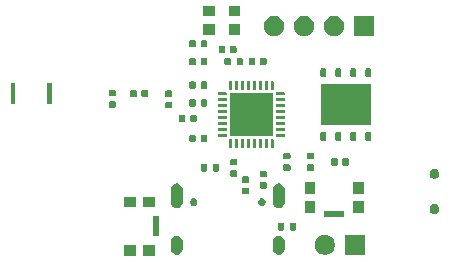
<source format=gts>
%TF.GenerationSoftware,KiCad,Pcbnew,9.0.7*%
%TF.CreationDate,2026-02-11T09:18:12+01:00*%
%TF.ProjectId,przetwornik,70727a65-7477-46f7-926e-696b2e6b6963,rev?*%
%TF.SameCoordinates,Original*%
%TF.FileFunction,Soldermask,Top*%
%TF.FilePolarity,Negative*%
%FSLAX46Y46*%
G04 Gerber Fmt 4.6, Leading zero omitted, Abs format (unit mm)*
G04 Created by KiCad (PCBNEW 9.0.7) date 2026-02-11 09:18:12*
%MOMM*%
%LPD*%
G01*
G04 APERTURE LIST*
G04 APERTURE END LIST*
G36*
X210200000Y-106450000D02*
G01*
X209200000Y-106450000D01*
X209200000Y-105550000D01*
X210200000Y-105550000D01*
X210200000Y-106450000D01*
G37*
G36*
X211800000Y-106450000D02*
G01*
X210800000Y-106450000D01*
X210800000Y-105550000D01*
X211800000Y-105550000D01*
X211800000Y-106450000D01*
G37*
G36*
X229600000Y-106375000D02*
G01*
X227900000Y-106375000D01*
X227900000Y-104675000D01*
X229600000Y-104675000D01*
X229600000Y-106375000D01*
G37*
G36*
X226456742Y-104711601D02*
G01*
X226610687Y-104775367D01*
X226749234Y-104867941D01*
X226867059Y-104985766D01*
X226959633Y-105124313D01*
X227023399Y-105278258D01*
X227055907Y-105441685D01*
X227055907Y-105608315D01*
X227023399Y-105771742D01*
X226959633Y-105925687D01*
X226867059Y-106064234D01*
X226749234Y-106182059D01*
X226610687Y-106274633D01*
X226456742Y-106338399D01*
X226293315Y-106370907D01*
X226126685Y-106370907D01*
X225963258Y-106338399D01*
X225809313Y-106274633D01*
X225670766Y-106182059D01*
X225552941Y-106064234D01*
X225460367Y-105925687D01*
X225396601Y-105771742D01*
X225364093Y-105608315D01*
X225364093Y-105441685D01*
X225396601Y-105278258D01*
X225460367Y-105124313D01*
X225552941Y-104985766D01*
X225670766Y-104867941D01*
X225809313Y-104775367D01*
X225963258Y-104711601D01*
X226126685Y-104679093D01*
X226293315Y-104679093D01*
X226456742Y-104711601D01*
G37*
G36*
X213871342Y-104788060D02*
G01*
X213984381Y-104853323D01*
X214076677Y-104945619D01*
X214141940Y-105058658D01*
X214175722Y-105184737D01*
X214180000Y-105250000D01*
X214180000Y-105850000D01*
X214175722Y-105915263D01*
X214141940Y-106041342D01*
X214076677Y-106154381D01*
X213984381Y-106246677D01*
X213871342Y-106311940D01*
X213745263Y-106345722D01*
X213614737Y-106345722D01*
X213488658Y-106311940D01*
X213375619Y-106246677D01*
X213283323Y-106154381D01*
X213218060Y-106041342D01*
X213184278Y-105915263D01*
X213180000Y-105850000D01*
X213180000Y-105250000D01*
X213184278Y-105184737D01*
X213218060Y-105058658D01*
X213283323Y-104945619D01*
X213375619Y-104853323D01*
X213488658Y-104788060D01*
X213614737Y-104754278D01*
X213745263Y-104754278D01*
X213871342Y-104788060D01*
G37*
G36*
X222511342Y-104788060D02*
G01*
X222624381Y-104853323D01*
X222716677Y-104945619D01*
X222781940Y-105058658D01*
X222815722Y-105184737D01*
X222820000Y-105250000D01*
X222820000Y-105850000D01*
X222815722Y-105915263D01*
X222781940Y-106041342D01*
X222716677Y-106154381D01*
X222624381Y-106246677D01*
X222511342Y-106311940D01*
X222385263Y-106345722D01*
X222254737Y-106345722D01*
X222128658Y-106311940D01*
X222015619Y-106246677D01*
X221923323Y-106154381D01*
X221858060Y-106041342D01*
X221824278Y-105915263D01*
X221820000Y-105850000D01*
X221820000Y-105250000D01*
X221824278Y-105184737D01*
X221858060Y-105058658D01*
X221923323Y-104945619D01*
X222015619Y-104853323D01*
X222128658Y-104788060D01*
X222254737Y-104754278D01*
X222385263Y-104754278D01*
X222511342Y-104788060D01*
G37*
G36*
X212200000Y-104800000D02*
G01*
X211650000Y-104800000D01*
X211650000Y-103100000D01*
X212200000Y-103100000D01*
X212200000Y-104800000D01*
G37*
G36*
X222676662Y-103690276D02*
G01*
X222720459Y-103719541D01*
X222749724Y-103763338D01*
X222760000Y-103815000D01*
X222760000Y-104185000D01*
X222749724Y-104236662D01*
X222720459Y-104280459D01*
X222676662Y-104309724D01*
X222625000Y-104320000D01*
X222355000Y-104320000D01*
X222303338Y-104309724D01*
X222259541Y-104280459D01*
X222230276Y-104236662D01*
X222220000Y-104185000D01*
X222220000Y-103815000D01*
X222230276Y-103763338D01*
X222259541Y-103719541D01*
X222303338Y-103690276D01*
X222355000Y-103680000D01*
X222625000Y-103680000D01*
X222676662Y-103690276D01*
G37*
G36*
X223696662Y-103690276D02*
G01*
X223740459Y-103719541D01*
X223769724Y-103763338D01*
X223780000Y-103815000D01*
X223780000Y-104185000D01*
X223769724Y-104236662D01*
X223740459Y-104280459D01*
X223696662Y-104309724D01*
X223645000Y-104320000D01*
X223375000Y-104320000D01*
X223323338Y-104309724D01*
X223279541Y-104280459D01*
X223250276Y-104236662D01*
X223240000Y-104185000D01*
X223240000Y-103815000D01*
X223250276Y-103763338D01*
X223279541Y-103719541D01*
X223323338Y-103690276D01*
X223375000Y-103680000D01*
X223645000Y-103680000D01*
X223696662Y-103690276D01*
G37*
G36*
X227850000Y-103200000D02*
G01*
X226150000Y-103200000D01*
X226150000Y-102650000D01*
X227850000Y-102650000D01*
X227850000Y-103200000D01*
G37*
G36*
X235662640Y-102107351D02*
G01*
X235758724Y-102162825D01*
X235837175Y-102241276D01*
X235892649Y-102337360D01*
X235921364Y-102444526D01*
X235921364Y-102555474D01*
X235892649Y-102662640D01*
X235837175Y-102758724D01*
X235758724Y-102837175D01*
X235662640Y-102892649D01*
X235555474Y-102921364D01*
X235444526Y-102921364D01*
X235337360Y-102892649D01*
X235241276Y-102837175D01*
X235162825Y-102758724D01*
X235107351Y-102662640D01*
X235078636Y-102555474D01*
X235078636Y-102444526D01*
X235107351Y-102337360D01*
X235162825Y-102241276D01*
X235241276Y-102162825D01*
X235337360Y-102107351D01*
X235444526Y-102078636D01*
X235555474Y-102078636D01*
X235662640Y-102107351D01*
G37*
G36*
X225400000Y-102800000D02*
G01*
X224500000Y-102800000D01*
X224500000Y-101800000D01*
X225400000Y-101800000D01*
X225400000Y-102800000D01*
G37*
G36*
X229500000Y-102800000D02*
G01*
X228600000Y-102800000D01*
X228600000Y-101800000D01*
X229500000Y-101800000D01*
X229500000Y-102800000D01*
G37*
G36*
X213871342Y-100358060D02*
G01*
X213984381Y-100423323D01*
X214076677Y-100515619D01*
X214141940Y-100628658D01*
X214175722Y-100754737D01*
X214180000Y-100820000D01*
X214180000Y-101920000D01*
X214175722Y-101985263D01*
X214141940Y-102111342D01*
X214076677Y-102224381D01*
X213984381Y-102316677D01*
X213871342Y-102381940D01*
X213745263Y-102415722D01*
X213614737Y-102415722D01*
X213488658Y-102381940D01*
X213375619Y-102316677D01*
X213283323Y-102224381D01*
X213218060Y-102111342D01*
X213184278Y-101985263D01*
X213180000Y-101920000D01*
X213180000Y-100820000D01*
X213184278Y-100754737D01*
X213218060Y-100628658D01*
X213283323Y-100515619D01*
X213375619Y-100423323D01*
X213488658Y-100358060D01*
X213614737Y-100324278D01*
X213745263Y-100324278D01*
X213871342Y-100358060D01*
G37*
G36*
X222511342Y-100358060D02*
G01*
X222624381Y-100423323D01*
X222716677Y-100515619D01*
X222781940Y-100628658D01*
X222815722Y-100754737D01*
X222820000Y-100820000D01*
X222820000Y-101920000D01*
X222815722Y-101985263D01*
X222781940Y-102111342D01*
X222716677Y-102224381D01*
X222624381Y-102316677D01*
X222511342Y-102381940D01*
X222385263Y-102415722D01*
X222254737Y-102415722D01*
X222128658Y-102381940D01*
X222015619Y-102316677D01*
X221923323Y-102224381D01*
X221858060Y-102111342D01*
X221824278Y-101985263D01*
X221820000Y-101920000D01*
X221820000Y-100820000D01*
X221824278Y-100754737D01*
X221858060Y-100628658D01*
X221923323Y-100515619D01*
X222015619Y-100423323D01*
X222128658Y-100358060D01*
X222254737Y-100324278D01*
X222385263Y-100324278D01*
X222511342Y-100358060D01*
G37*
G36*
X210200000Y-102350000D02*
G01*
X209200000Y-102350000D01*
X209200000Y-101450000D01*
X210200000Y-101450000D01*
X210200000Y-102350000D01*
G37*
G36*
X211800000Y-102350000D02*
G01*
X210800000Y-102350000D01*
X210800000Y-101450000D01*
X211800000Y-101450000D01*
X211800000Y-102350000D01*
G37*
G36*
X215234372Y-101599739D02*
G01*
X215307847Y-101642160D01*
X215367840Y-101702153D01*
X215410261Y-101775628D01*
X215432220Y-101857579D01*
X215432220Y-101942421D01*
X215410261Y-102024372D01*
X215367840Y-102097847D01*
X215307847Y-102157840D01*
X215234372Y-102200261D01*
X215152421Y-102222220D01*
X215067579Y-102222220D01*
X214985628Y-102200261D01*
X214912153Y-102157840D01*
X214852160Y-102097847D01*
X214809739Y-102024372D01*
X214787780Y-101942421D01*
X214787780Y-101857579D01*
X214809739Y-101775628D01*
X214852160Y-101702153D01*
X214912153Y-101642160D01*
X214985628Y-101599739D01*
X215067579Y-101577780D01*
X215152421Y-101577780D01*
X215234372Y-101599739D01*
G37*
G36*
X221014372Y-101599739D02*
G01*
X221087847Y-101642160D01*
X221147840Y-101702153D01*
X221190261Y-101775628D01*
X221212220Y-101857579D01*
X221212220Y-101942421D01*
X221190261Y-102024372D01*
X221147840Y-102097847D01*
X221087847Y-102157840D01*
X221014372Y-102200261D01*
X220932421Y-102222220D01*
X220847579Y-102222220D01*
X220765628Y-102200261D01*
X220692153Y-102157840D01*
X220632160Y-102097847D01*
X220589739Y-102024372D01*
X220567780Y-101942421D01*
X220567780Y-101857579D01*
X220589739Y-101775628D01*
X220632160Y-101702153D01*
X220692153Y-101642160D01*
X220765628Y-101599739D01*
X220847579Y-101577780D01*
X220932421Y-101577780D01*
X221014372Y-101599739D01*
G37*
G36*
X219723576Y-100710657D02*
G01*
X219768995Y-100741005D01*
X219799343Y-100786424D01*
X219810000Y-100840000D01*
X219810000Y-101120000D01*
X219799343Y-101173576D01*
X219768995Y-101218995D01*
X219723576Y-101249343D01*
X219670000Y-101260000D01*
X219330000Y-101260000D01*
X219276424Y-101249343D01*
X219231005Y-101218995D01*
X219200657Y-101173576D01*
X219190000Y-101120000D01*
X219190000Y-100840000D01*
X219200657Y-100786424D01*
X219231005Y-100741005D01*
X219276424Y-100710657D01*
X219330000Y-100700000D01*
X219670000Y-100700000D01*
X219723576Y-100710657D01*
G37*
G36*
X225400000Y-101200000D02*
G01*
X224500000Y-101200000D01*
X224500000Y-100200000D01*
X225400000Y-100200000D01*
X225400000Y-101200000D01*
G37*
G36*
X229500000Y-101200000D02*
G01*
X228600000Y-101200000D01*
X228600000Y-100200000D01*
X229500000Y-100200000D01*
X229500000Y-101200000D01*
G37*
G36*
X221223576Y-100210657D02*
G01*
X221268995Y-100241005D01*
X221299343Y-100286424D01*
X221310000Y-100340000D01*
X221310000Y-100620000D01*
X221299343Y-100673576D01*
X221268995Y-100718995D01*
X221223576Y-100749343D01*
X221170000Y-100760000D01*
X220830000Y-100760000D01*
X220776424Y-100749343D01*
X220731005Y-100718995D01*
X220700657Y-100673576D01*
X220690000Y-100620000D01*
X220690000Y-100340000D01*
X220700657Y-100286424D01*
X220731005Y-100241005D01*
X220776424Y-100210657D01*
X220830000Y-100200000D01*
X221170000Y-100200000D01*
X221223576Y-100210657D01*
G37*
G36*
X219723576Y-99750657D02*
G01*
X219768995Y-99781005D01*
X219799343Y-99826424D01*
X219810000Y-99880000D01*
X219810000Y-100160000D01*
X219799343Y-100213576D01*
X219768995Y-100258995D01*
X219723576Y-100289343D01*
X219670000Y-100300000D01*
X219330000Y-100300000D01*
X219276424Y-100289343D01*
X219231005Y-100258995D01*
X219200657Y-100213576D01*
X219190000Y-100160000D01*
X219190000Y-99880000D01*
X219200657Y-99826424D01*
X219231005Y-99781005D01*
X219276424Y-99750657D01*
X219330000Y-99740000D01*
X219670000Y-99740000D01*
X219723576Y-99750657D01*
G37*
G36*
X235662640Y-99107351D02*
G01*
X235758724Y-99162825D01*
X235837175Y-99241276D01*
X235892649Y-99337360D01*
X235921364Y-99444526D01*
X235921364Y-99555474D01*
X235892649Y-99662640D01*
X235837175Y-99758724D01*
X235758724Y-99837175D01*
X235662640Y-99892649D01*
X235555474Y-99921364D01*
X235444526Y-99921364D01*
X235337360Y-99892649D01*
X235241276Y-99837175D01*
X235162825Y-99758724D01*
X235107351Y-99662640D01*
X235078636Y-99555474D01*
X235078636Y-99444526D01*
X235107351Y-99337360D01*
X235162825Y-99241276D01*
X235241276Y-99162825D01*
X235337360Y-99107351D01*
X235444526Y-99078636D01*
X235555474Y-99078636D01*
X235662640Y-99107351D01*
G37*
G36*
X221223576Y-99250657D02*
G01*
X221268995Y-99281005D01*
X221299343Y-99326424D01*
X221310000Y-99380000D01*
X221310000Y-99660000D01*
X221299343Y-99713576D01*
X221268995Y-99758995D01*
X221223576Y-99789343D01*
X221170000Y-99800000D01*
X220830000Y-99800000D01*
X220776424Y-99789343D01*
X220731005Y-99758995D01*
X220700657Y-99713576D01*
X220690000Y-99660000D01*
X220690000Y-99380000D01*
X220700657Y-99326424D01*
X220731005Y-99281005D01*
X220776424Y-99250657D01*
X220830000Y-99240000D01*
X221170000Y-99240000D01*
X221223576Y-99250657D01*
G37*
G36*
X218723576Y-99210657D02*
G01*
X218768995Y-99241005D01*
X218799343Y-99286424D01*
X218810000Y-99340000D01*
X218810000Y-99620000D01*
X218799343Y-99673576D01*
X218768995Y-99718995D01*
X218723576Y-99749343D01*
X218670000Y-99760000D01*
X218330000Y-99760000D01*
X218276424Y-99749343D01*
X218231005Y-99718995D01*
X218200657Y-99673576D01*
X218190000Y-99620000D01*
X218190000Y-99340000D01*
X218200657Y-99286424D01*
X218231005Y-99241005D01*
X218276424Y-99210657D01*
X218330000Y-99200000D01*
X218670000Y-99200000D01*
X218723576Y-99210657D01*
G37*
G36*
X216186662Y-98690276D02*
G01*
X216230459Y-98719541D01*
X216259724Y-98763338D01*
X216270000Y-98815000D01*
X216270000Y-99185000D01*
X216259724Y-99236662D01*
X216230459Y-99280459D01*
X216186662Y-99309724D01*
X216135000Y-99320000D01*
X215865000Y-99320000D01*
X215813338Y-99309724D01*
X215769541Y-99280459D01*
X215740276Y-99236662D01*
X215730000Y-99185000D01*
X215730000Y-98815000D01*
X215740276Y-98763338D01*
X215769541Y-98719541D01*
X215813338Y-98690276D01*
X215865000Y-98680000D01*
X216135000Y-98680000D01*
X216186662Y-98690276D01*
G37*
G36*
X217206662Y-98690276D02*
G01*
X217250459Y-98719541D01*
X217279724Y-98763338D01*
X217290000Y-98815000D01*
X217290000Y-99185000D01*
X217279724Y-99236662D01*
X217250459Y-99280459D01*
X217206662Y-99309724D01*
X217155000Y-99320000D01*
X216885000Y-99320000D01*
X216833338Y-99309724D01*
X216789541Y-99280459D01*
X216760276Y-99236662D01*
X216750000Y-99185000D01*
X216750000Y-98815000D01*
X216760276Y-98763338D01*
X216789541Y-98719541D01*
X216833338Y-98690276D01*
X216885000Y-98680000D01*
X217155000Y-98680000D01*
X217206662Y-98690276D01*
G37*
G36*
X223223576Y-98710657D02*
G01*
X223268995Y-98741005D01*
X223299343Y-98786424D01*
X223310000Y-98840000D01*
X223310000Y-99120000D01*
X223299343Y-99173576D01*
X223268995Y-99218995D01*
X223223576Y-99249343D01*
X223170000Y-99260000D01*
X222830000Y-99260000D01*
X222776424Y-99249343D01*
X222731005Y-99218995D01*
X222700657Y-99173576D01*
X222690000Y-99120000D01*
X222690000Y-98840000D01*
X222700657Y-98786424D01*
X222731005Y-98741005D01*
X222776424Y-98710657D01*
X222830000Y-98700000D01*
X223170000Y-98700000D01*
X223223576Y-98710657D01*
G37*
G36*
X225223576Y-98710657D02*
G01*
X225268995Y-98741005D01*
X225299343Y-98786424D01*
X225310000Y-98840000D01*
X225310000Y-99120000D01*
X225299343Y-99173576D01*
X225268995Y-99218995D01*
X225223576Y-99249343D01*
X225170000Y-99260000D01*
X224830000Y-99260000D01*
X224776424Y-99249343D01*
X224731005Y-99218995D01*
X224700657Y-99173576D01*
X224690000Y-99120000D01*
X224690000Y-98840000D01*
X224700657Y-98786424D01*
X224731005Y-98741005D01*
X224776424Y-98710657D01*
X224830000Y-98700000D01*
X225170000Y-98700000D01*
X225223576Y-98710657D01*
G37*
G36*
X227213576Y-98200657D02*
G01*
X227258995Y-98231005D01*
X227289343Y-98276424D01*
X227300000Y-98330000D01*
X227300000Y-98670000D01*
X227289343Y-98723576D01*
X227258995Y-98768995D01*
X227213576Y-98799343D01*
X227160000Y-98810000D01*
X226880000Y-98810000D01*
X226826424Y-98799343D01*
X226781005Y-98768995D01*
X226750657Y-98723576D01*
X226740000Y-98670000D01*
X226740000Y-98330000D01*
X226750657Y-98276424D01*
X226781005Y-98231005D01*
X226826424Y-98200657D01*
X226880000Y-98190000D01*
X227160000Y-98190000D01*
X227213576Y-98200657D01*
G37*
G36*
X228173576Y-98200657D02*
G01*
X228218995Y-98231005D01*
X228249343Y-98276424D01*
X228260000Y-98330000D01*
X228260000Y-98670000D01*
X228249343Y-98723576D01*
X228218995Y-98768995D01*
X228173576Y-98799343D01*
X228120000Y-98810000D01*
X227840000Y-98810000D01*
X227786424Y-98799343D01*
X227741005Y-98768995D01*
X227710657Y-98723576D01*
X227700000Y-98670000D01*
X227700000Y-98330000D01*
X227710657Y-98276424D01*
X227741005Y-98231005D01*
X227786424Y-98200657D01*
X227840000Y-98190000D01*
X228120000Y-98190000D01*
X228173576Y-98200657D01*
G37*
G36*
X218723576Y-98250657D02*
G01*
X218768995Y-98281005D01*
X218799343Y-98326424D01*
X218810000Y-98380000D01*
X218810000Y-98660000D01*
X218799343Y-98713576D01*
X218768995Y-98758995D01*
X218723576Y-98789343D01*
X218670000Y-98800000D01*
X218330000Y-98800000D01*
X218276424Y-98789343D01*
X218231005Y-98758995D01*
X218200657Y-98713576D01*
X218190000Y-98660000D01*
X218190000Y-98380000D01*
X218200657Y-98326424D01*
X218231005Y-98281005D01*
X218276424Y-98250657D01*
X218330000Y-98240000D01*
X218670000Y-98240000D01*
X218723576Y-98250657D01*
G37*
G36*
X223223576Y-97750657D02*
G01*
X223268995Y-97781005D01*
X223299343Y-97826424D01*
X223310000Y-97880000D01*
X223310000Y-98160000D01*
X223299343Y-98213576D01*
X223268995Y-98258995D01*
X223223576Y-98289343D01*
X223170000Y-98300000D01*
X222830000Y-98300000D01*
X222776424Y-98289343D01*
X222731005Y-98258995D01*
X222700657Y-98213576D01*
X222690000Y-98160000D01*
X222690000Y-97880000D01*
X222700657Y-97826424D01*
X222731005Y-97781005D01*
X222776424Y-97750657D01*
X222830000Y-97740000D01*
X223170000Y-97740000D01*
X223223576Y-97750657D01*
G37*
G36*
X225223576Y-97750657D02*
G01*
X225268995Y-97781005D01*
X225299343Y-97826424D01*
X225310000Y-97880000D01*
X225310000Y-98160000D01*
X225299343Y-98213576D01*
X225268995Y-98258995D01*
X225223576Y-98289343D01*
X225170000Y-98300000D01*
X224830000Y-98300000D01*
X224776424Y-98289343D01*
X224731005Y-98258995D01*
X224700657Y-98213576D01*
X224690000Y-98160000D01*
X224690000Y-97880000D01*
X224700657Y-97826424D01*
X224731005Y-97781005D01*
X224776424Y-97750657D01*
X224830000Y-97740000D01*
X225170000Y-97740000D01*
X225223576Y-97750657D01*
G37*
G36*
X218336418Y-96554758D02*
G01*
X218356694Y-96568306D01*
X218370242Y-96588582D01*
X218375000Y-96612500D01*
X218375000Y-97287500D01*
X218370242Y-97311418D01*
X218356694Y-97331694D01*
X218336418Y-97345242D01*
X218312500Y-97350000D01*
X218187500Y-97350000D01*
X218163582Y-97345242D01*
X218143306Y-97331694D01*
X218129758Y-97311418D01*
X218125000Y-97287500D01*
X218125000Y-96612500D01*
X218129758Y-96588582D01*
X218143306Y-96568306D01*
X218163582Y-96554758D01*
X218187500Y-96550000D01*
X218312500Y-96550000D01*
X218336418Y-96554758D01*
G37*
G36*
X218836418Y-96554758D02*
G01*
X218856694Y-96568306D01*
X218870242Y-96588582D01*
X218875000Y-96612500D01*
X218875000Y-97287500D01*
X218870242Y-97311418D01*
X218856694Y-97331694D01*
X218836418Y-97345242D01*
X218812500Y-97350000D01*
X218687500Y-97350000D01*
X218663582Y-97345242D01*
X218643306Y-97331694D01*
X218629758Y-97311418D01*
X218625000Y-97287500D01*
X218625000Y-96612500D01*
X218629758Y-96588582D01*
X218643306Y-96568306D01*
X218663582Y-96554758D01*
X218687500Y-96550000D01*
X218812500Y-96550000D01*
X218836418Y-96554758D01*
G37*
G36*
X219336418Y-96554758D02*
G01*
X219356694Y-96568306D01*
X219370242Y-96588582D01*
X219375000Y-96612500D01*
X219375000Y-97287500D01*
X219370242Y-97311418D01*
X219356694Y-97331694D01*
X219336418Y-97345242D01*
X219312500Y-97350000D01*
X219187500Y-97350000D01*
X219163582Y-97345242D01*
X219143306Y-97331694D01*
X219129758Y-97311418D01*
X219125000Y-97287500D01*
X219125000Y-96612500D01*
X219129758Y-96588582D01*
X219143306Y-96568306D01*
X219163582Y-96554758D01*
X219187500Y-96550000D01*
X219312500Y-96550000D01*
X219336418Y-96554758D01*
G37*
G36*
X219836418Y-96554758D02*
G01*
X219856694Y-96568306D01*
X219870242Y-96588582D01*
X219875000Y-96612500D01*
X219875000Y-97287500D01*
X219870242Y-97311418D01*
X219856694Y-97331694D01*
X219836418Y-97345242D01*
X219812500Y-97350000D01*
X219687500Y-97350000D01*
X219663582Y-97345242D01*
X219643306Y-97331694D01*
X219629758Y-97311418D01*
X219625000Y-97287500D01*
X219625000Y-96612500D01*
X219629758Y-96588582D01*
X219643306Y-96568306D01*
X219663582Y-96554758D01*
X219687500Y-96550000D01*
X219812500Y-96550000D01*
X219836418Y-96554758D01*
G37*
G36*
X220336418Y-96554758D02*
G01*
X220356694Y-96568306D01*
X220370242Y-96588582D01*
X220375000Y-96612500D01*
X220375000Y-97287500D01*
X220370242Y-97311418D01*
X220356694Y-97331694D01*
X220336418Y-97345242D01*
X220312500Y-97350000D01*
X220187500Y-97350000D01*
X220163582Y-97345242D01*
X220143306Y-97331694D01*
X220129758Y-97311418D01*
X220125000Y-97287500D01*
X220125000Y-96612500D01*
X220129758Y-96588582D01*
X220143306Y-96568306D01*
X220163582Y-96554758D01*
X220187500Y-96550000D01*
X220312500Y-96550000D01*
X220336418Y-96554758D01*
G37*
G36*
X220836418Y-96554758D02*
G01*
X220856694Y-96568306D01*
X220870242Y-96588582D01*
X220875000Y-96612500D01*
X220875000Y-97287500D01*
X220870242Y-97311418D01*
X220856694Y-97331694D01*
X220836418Y-97345242D01*
X220812500Y-97350000D01*
X220687500Y-97350000D01*
X220663582Y-97345242D01*
X220643306Y-97331694D01*
X220629758Y-97311418D01*
X220625000Y-97287500D01*
X220625000Y-96612500D01*
X220629758Y-96588582D01*
X220643306Y-96568306D01*
X220663582Y-96554758D01*
X220687500Y-96550000D01*
X220812500Y-96550000D01*
X220836418Y-96554758D01*
G37*
G36*
X221336418Y-96554758D02*
G01*
X221356694Y-96568306D01*
X221370242Y-96588582D01*
X221375000Y-96612500D01*
X221375000Y-97287500D01*
X221370242Y-97311418D01*
X221356694Y-97331694D01*
X221336418Y-97345242D01*
X221312500Y-97350000D01*
X221187500Y-97350000D01*
X221163582Y-97345242D01*
X221143306Y-97331694D01*
X221129758Y-97311418D01*
X221125000Y-97287500D01*
X221125000Y-96612500D01*
X221129758Y-96588582D01*
X221143306Y-96568306D01*
X221163582Y-96554758D01*
X221187500Y-96550000D01*
X221312500Y-96550000D01*
X221336418Y-96554758D01*
G37*
G36*
X221836418Y-96554758D02*
G01*
X221856694Y-96568306D01*
X221870242Y-96588582D01*
X221875000Y-96612500D01*
X221875000Y-97287500D01*
X221870242Y-97311418D01*
X221856694Y-97331694D01*
X221836418Y-97345242D01*
X221812500Y-97350000D01*
X221687500Y-97350000D01*
X221663582Y-97345242D01*
X221643306Y-97331694D01*
X221629758Y-97311418D01*
X221625000Y-97287500D01*
X221625000Y-96612500D01*
X221629758Y-96588582D01*
X221643306Y-96568306D01*
X221663582Y-96554758D01*
X221687500Y-96550000D01*
X221812500Y-96550000D01*
X221836418Y-96554758D01*
G37*
G36*
X215213576Y-96200657D02*
G01*
X215258995Y-96231005D01*
X215289343Y-96276424D01*
X215300000Y-96330000D01*
X215300000Y-96670000D01*
X215289343Y-96723576D01*
X215258995Y-96768995D01*
X215213576Y-96799343D01*
X215160000Y-96810000D01*
X214880000Y-96810000D01*
X214826424Y-96799343D01*
X214781005Y-96768995D01*
X214750657Y-96723576D01*
X214740000Y-96670000D01*
X214740000Y-96330000D01*
X214750657Y-96276424D01*
X214781005Y-96231005D01*
X214826424Y-96200657D01*
X214880000Y-96190000D01*
X215160000Y-96190000D01*
X215213576Y-96200657D01*
G37*
G36*
X216173576Y-96200657D02*
G01*
X216218995Y-96231005D01*
X216249343Y-96276424D01*
X216260000Y-96330000D01*
X216260000Y-96670000D01*
X216249343Y-96723576D01*
X216218995Y-96768995D01*
X216173576Y-96799343D01*
X216120000Y-96810000D01*
X215840000Y-96810000D01*
X215786424Y-96799343D01*
X215741005Y-96768995D01*
X215710657Y-96723576D01*
X215700000Y-96670000D01*
X215700000Y-96330000D01*
X215710657Y-96276424D01*
X215741005Y-96231005D01*
X215786424Y-96200657D01*
X215840000Y-96190000D01*
X216120000Y-96190000D01*
X216173576Y-96200657D01*
G37*
G36*
X226267835Y-95984515D02*
G01*
X226308388Y-96011612D01*
X226335485Y-96052165D01*
X226345000Y-96100000D01*
X226345000Y-96600000D01*
X226335485Y-96647835D01*
X226308388Y-96688388D01*
X226267835Y-96715485D01*
X226220000Y-96725000D01*
X225970000Y-96725000D01*
X225922165Y-96715485D01*
X225881612Y-96688388D01*
X225854515Y-96647835D01*
X225845000Y-96600000D01*
X225845000Y-96100000D01*
X225854515Y-96052165D01*
X225881612Y-96011612D01*
X225922165Y-95984515D01*
X225970000Y-95975000D01*
X226220000Y-95975000D01*
X226267835Y-95984515D01*
G37*
G36*
X227537835Y-95984515D02*
G01*
X227578388Y-96011612D01*
X227605485Y-96052165D01*
X227615000Y-96100000D01*
X227615000Y-96600000D01*
X227605485Y-96647835D01*
X227578388Y-96688388D01*
X227537835Y-96715485D01*
X227490000Y-96725000D01*
X227240000Y-96725000D01*
X227192165Y-96715485D01*
X227151612Y-96688388D01*
X227124515Y-96647835D01*
X227115000Y-96600000D01*
X227115000Y-96100000D01*
X227124515Y-96052165D01*
X227151612Y-96011612D01*
X227192165Y-95984515D01*
X227240000Y-95975000D01*
X227490000Y-95975000D01*
X227537835Y-95984515D01*
G37*
G36*
X228807835Y-95984515D02*
G01*
X228848388Y-96011612D01*
X228875485Y-96052165D01*
X228885000Y-96100000D01*
X228885000Y-96600000D01*
X228875485Y-96647835D01*
X228848388Y-96688388D01*
X228807835Y-96715485D01*
X228760000Y-96725000D01*
X228510000Y-96725000D01*
X228462165Y-96715485D01*
X228421612Y-96688388D01*
X228394515Y-96647835D01*
X228385000Y-96600000D01*
X228385000Y-96100000D01*
X228394515Y-96052165D01*
X228421612Y-96011612D01*
X228462165Y-95984515D01*
X228510000Y-95975000D01*
X228760000Y-95975000D01*
X228807835Y-95984515D01*
G37*
G36*
X230077835Y-95984515D02*
G01*
X230118388Y-96011612D01*
X230145485Y-96052165D01*
X230155000Y-96100000D01*
X230155000Y-96600000D01*
X230145485Y-96647835D01*
X230118388Y-96688388D01*
X230077835Y-96715485D01*
X230030000Y-96725000D01*
X229780000Y-96725000D01*
X229732165Y-96715485D01*
X229691612Y-96688388D01*
X229664515Y-96647835D01*
X229655000Y-96600000D01*
X229655000Y-96100000D01*
X229664515Y-96052165D01*
X229691612Y-96011612D01*
X229732165Y-95984515D01*
X229780000Y-95975000D01*
X230030000Y-95975000D01*
X230077835Y-95984515D01*
G37*
G36*
X217911418Y-96129758D02*
G01*
X217931694Y-96143306D01*
X217945242Y-96163582D01*
X217950000Y-96187500D01*
X217950000Y-96312500D01*
X217945242Y-96336418D01*
X217931694Y-96356694D01*
X217911418Y-96370242D01*
X217887500Y-96375000D01*
X217212500Y-96375000D01*
X217188582Y-96370242D01*
X217168306Y-96356694D01*
X217154758Y-96336418D01*
X217150000Y-96312500D01*
X217150000Y-96187500D01*
X217154758Y-96163582D01*
X217168306Y-96143306D01*
X217188582Y-96129758D01*
X217212500Y-96125000D01*
X217887500Y-96125000D01*
X217911418Y-96129758D01*
G37*
G36*
X222811418Y-96129758D02*
G01*
X222831694Y-96143306D01*
X222845242Y-96163582D01*
X222850000Y-96187500D01*
X222850000Y-96312500D01*
X222845242Y-96336418D01*
X222831694Y-96356694D01*
X222811418Y-96370242D01*
X222787500Y-96375000D01*
X222112500Y-96375000D01*
X222088582Y-96370242D01*
X222068306Y-96356694D01*
X222054758Y-96336418D01*
X222050000Y-96312500D01*
X222050000Y-96187500D01*
X222054758Y-96163582D01*
X222068306Y-96143306D01*
X222088582Y-96129758D01*
X222112500Y-96125000D01*
X222787500Y-96125000D01*
X222811418Y-96129758D01*
G37*
G36*
X221850000Y-96350000D02*
G01*
X218150000Y-96350000D01*
X218150000Y-92650000D01*
X221850000Y-92650000D01*
X221850000Y-96350000D01*
G37*
G36*
X217911418Y-95629758D02*
G01*
X217931694Y-95643306D01*
X217945242Y-95663582D01*
X217950000Y-95687500D01*
X217950000Y-95812500D01*
X217945242Y-95836418D01*
X217931694Y-95856694D01*
X217911418Y-95870242D01*
X217887500Y-95875000D01*
X217212500Y-95875000D01*
X217188582Y-95870242D01*
X217168306Y-95856694D01*
X217154758Y-95836418D01*
X217150000Y-95812500D01*
X217150000Y-95687500D01*
X217154758Y-95663582D01*
X217168306Y-95643306D01*
X217188582Y-95629758D01*
X217212500Y-95625000D01*
X217887500Y-95625000D01*
X217911418Y-95629758D01*
G37*
G36*
X222811418Y-95629758D02*
G01*
X222831694Y-95643306D01*
X222845242Y-95663582D01*
X222850000Y-95687500D01*
X222850000Y-95812500D01*
X222845242Y-95836418D01*
X222831694Y-95856694D01*
X222811418Y-95870242D01*
X222787500Y-95875000D01*
X222112500Y-95875000D01*
X222088582Y-95870242D01*
X222068306Y-95856694D01*
X222054758Y-95836418D01*
X222050000Y-95812500D01*
X222050000Y-95687500D01*
X222054758Y-95663582D01*
X222068306Y-95643306D01*
X222088582Y-95629758D01*
X222112500Y-95625000D01*
X222787500Y-95625000D01*
X222811418Y-95629758D01*
G37*
G36*
X217911418Y-95129758D02*
G01*
X217931694Y-95143306D01*
X217945242Y-95163582D01*
X217950000Y-95187500D01*
X217950000Y-95312500D01*
X217945242Y-95336418D01*
X217931694Y-95356694D01*
X217911418Y-95370242D01*
X217887500Y-95375000D01*
X217212500Y-95375000D01*
X217188582Y-95370242D01*
X217168306Y-95356694D01*
X217154758Y-95336418D01*
X217150000Y-95312500D01*
X217150000Y-95187500D01*
X217154758Y-95163582D01*
X217168306Y-95143306D01*
X217188582Y-95129758D01*
X217212500Y-95125000D01*
X217887500Y-95125000D01*
X217911418Y-95129758D01*
G37*
G36*
X222811418Y-95129758D02*
G01*
X222831694Y-95143306D01*
X222845242Y-95163582D01*
X222850000Y-95187500D01*
X222850000Y-95312500D01*
X222845242Y-95336418D01*
X222831694Y-95356694D01*
X222811418Y-95370242D01*
X222787500Y-95375000D01*
X222112500Y-95375000D01*
X222088582Y-95370242D01*
X222068306Y-95356694D01*
X222054758Y-95336418D01*
X222050000Y-95312500D01*
X222050000Y-95187500D01*
X222054758Y-95163582D01*
X222068306Y-95143306D01*
X222088582Y-95129758D01*
X222112500Y-95125000D01*
X222787500Y-95125000D01*
X222811418Y-95129758D01*
G37*
G36*
X230150000Y-95350000D02*
G01*
X225850000Y-95350000D01*
X225850000Y-91950000D01*
X230150000Y-91950000D01*
X230150000Y-95350000D01*
G37*
G36*
X214331932Y-94502815D02*
G01*
X214377351Y-94533163D01*
X214407699Y-94578582D01*
X214418356Y-94632158D01*
X214418356Y-94972158D01*
X214407699Y-95025734D01*
X214377351Y-95071153D01*
X214331932Y-95101501D01*
X214278356Y-95112158D01*
X213998356Y-95112158D01*
X213944780Y-95101501D01*
X213899361Y-95071153D01*
X213869013Y-95025734D01*
X213858356Y-94972158D01*
X213858356Y-94632158D01*
X213869013Y-94578582D01*
X213899361Y-94533163D01*
X213944780Y-94502815D01*
X213998356Y-94492158D01*
X214278356Y-94492158D01*
X214331932Y-94502815D01*
G37*
G36*
X215291932Y-94502815D02*
G01*
X215337351Y-94533163D01*
X215367699Y-94578582D01*
X215378356Y-94632158D01*
X215378356Y-94972158D01*
X215367699Y-95025734D01*
X215337351Y-95071153D01*
X215291932Y-95101501D01*
X215238356Y-95112158D01*
X214958356Y-95112158D01*
X214904780Y-95101501D01*
X214859361Y-95071153D01*
X214829013Y-95025734D01*
X214818356Y-94972158D01*
X214818356Y-94632158D01*
X214829013Y-94578582D01*
X214859361Y-94533163D01*
X214904780Y-94502815D01*
X214958356Y-94492158D01*
X215238356Y-94492158D01*
X215291932Y-94502815D01*
G37*
G36*
X217911418Y-94629758D02*
G01*
X217931694Y-94643306D01*
X217945242Y-94663582D01*
X217950000Y-94687500D01*
X217950000Y-94812500D01*
X217945242Y-94836418D01*
X217931694Y-94856694D01*
X217911418Y-94870242D01*
X217887500Y-94875000D01*
X217212500Y-94875000D01*
X217188582Y-94870242D01*
X217168306Y-94856694D01*
X217154758Y-94836418D01*
X217150000Y-94812500D01*
X217150000Y-94687500D01*
X217154758Y-94663582D01*
X217168306Y-94643306D01*
X217188582Y-94629758D01*
X217212500Y-94625000D01*
X217887500Y-94625000D01*
X217911418Y-94629758D01*
G37*
G36*
X222811418Y-94629758D02*
G01*
X222831694Y-94643306D01*
X222845242Y-94663582D01*
X222850000Y-94687500D01*
X222850000Y-94812500D01*
X222845242Y-94836418D01*
X222831694Y-94856694D01*
X222811418Y-94870242D01*
X222787500Y-94875000D01*
X222112500Y-94875000D01*
X222088582Y-94870242D01*
X222068306Y-94856694D01*
X222054758Y-94836418D01*
X222050000Y-94812500D01*
X222050000Y-94687500D01*
X222054758Y-94663582D01*
X222068306Y-94643306D01*
X222088582Y-94629758D01*
X222112500Y-94625000D01*
X222787500Y-94625000D01*
X222811418Y-94629758D01*
G37*
G36*
X217911418Y-94129758D02*
G01*
X217931694Y-94143306D01*
X217945242Y-94163582D01*
X217950000Y-94187500D01*
X217950000Y-94312500D01*
X217945242Y-94336418D01*
X217931694Y-94356694D01*
X217911418Y-94370242D01*
X217887500Y-94375000D01*
X217212500Y-94375000D01*
X217188582Y-94370242D01*
X217168306Y-94356694D01*
X217154758Y-94336418D01*
X217150000Y-94312500D01*
X217150000Y-94187500D01*
X217154758Y-94163582D01*
X217168306Y-94143306D01*
X217188582Y-94129758D01*
X217212500Y-94125000D01*
X217887500Y-94125000D01*
X217911418Y-94129758D01*
G37*
G36*
X222811418Y-94129758D02*
G01*
X222831694Y-94143306D01*
X222845242Y-94163582D01*
X222850000Y-94187500D01*
X222850000Y-94312500D01*
X222845242Y-94336418D01*
X222831694Y-94356694D01*
X222811418Y-94370242D01*
X222787500Y-94375000D01*
X222112500Y-94375000D01*
X222088582Y-94370242D01*
X222068306Y-94356694D01*
X222054758Y-94336418D01*
X222050000Y-94312500D01*
X222050000Y-94187500D01*
X222054758Y-94163582D01*
X222068306Y-94143306D01*
X222088582Y-94129758D01*
X222112500Y-94125000D01*
X222787500Y-94125000D01*
X222811418Y-94129758D01*
G37*
G36*
X213223576Y-93420663D02*
G01*
X213268995Y-93451011D01*
X213299343Y-93496430D01*
X213310000Y-93550006D01*
X213310000Y-93830006D01*
X213299343Y-93883582D01*
X213268995Y-93929001D01*
X213223576Y-93959349D01*
X213170000Y-93970006D01*
X212830000Y-93970006D01*
X212776424Y-93959349D01*
X212731005Y-93929001D01*
X212700657Y-93883582D01*
X212690000Y-93830006D01*
X212690000Y-93550006D01*
X212700657Y-93496430D01*
X212731005Y-93451011D01*
X212776424Y-93420663D01*
X212830000Y-93410006D01*
X213170000Y-93410006D01*
X213223576Y-93420663D01*
G37*
G36*
X208435641Y-93373558D02*
G01*
X208481060Y-93403906D01*
X208511408Y-93449325D01*
X208522065Y-93502901D01*
X208522065Y-93782901D01*
X208511408Y-93836477D01*
X208481060Y-93881896D01*
X208435641Y-93912244D01*
X208382065Y-93922901D01*
X208042065Y-93922901D01*
X207988489Y-93912244D01*
X207943070Y-93881896D01*
X207912722Y-93836477D01*
X207902065Y-93782901D01*
X207902065Y-93502901D01*
X207912722Y-93449325D01*
X207943070Y-93403906D01*
X207988489Y-93373558D01*
X208042065Y-93362901D01*
X208382065Y-93362901D01*
X208435641Y-93373558D01*
G37*
G36*
X217911418Y-93629758D02*
G01*
X217931694Y-93643306D01*
X217945242Y-93663582D01*
X217950000Y-93687500D01*
X217950000Y-93812500D01*
X217945242Y-93836418D01*
X217931694Y-93856694D01*
X217911418Y-93870242D01*
X217887500Y-93875000D01*
X217212500Y-93875000D01*
X217188582Y-93870242D01*
X217168306Y-93856694D01*
X217154758Y-93836418D01*
X217150000Y-93812500D01*
X217150000Y-93687500D01*
X217154758Y-93663582D01*
X217168306Y-93643306D01*
X217188582Y-93629758D01*
X217212500Y-93625000D01*
X217887500Y-93625000D01*
X217911418Y-93629758D01*
G37*
G36*
X222811418Y-93629758D02*
G01*
X222831694Y-93643306D01*
X222845242Y-93663582D01*
X222850000Y-93687500D01*
X222850000Y-93812500D01*
X222845242Y-93836418D01*
X222831694Y-93856694D01*
X222811418Y-93870242D01*
X222787500Y-93875000D01*
X222112500Y-93875000D01*
X222088582Y-93870242D01*
X222068306Y-93856694D01*
X222054758Y-93836418D01*
X222050000Y-93812500D01*
X222050000Y-93687500D01*
X222054758Y-93663582D01*
X222068306Y-93643306D01*
X222088582Y-93629758D01*
X222112500Y-93625000D01*
X222787500Y-93625000D01*
X222811418Y-93629758D01*
G37*
G36*
X215218946Y-93191228D02*
G01*
X215266798Y-93223202D01*
X215298772Y-93271054D01*
X215310000Y-93327500D01*
X215310000Y-93672500D01*
X215298772Y-93728946D01*
X215266798Y-93776798D01*
X215218946Y-93808772D01*
X215162500Y-93820000D01*
X214867500Y-93820000D01*
X214811054Y-93808772D01*
X214763202Y-93776798D01*
X214731228Y-93728946D01*
X214720000Y-93672500D01*
X214720000Y-93327500D01*
X214731228Y-93271054D01*
X214763202Y-93223202D01*
X214811054Y-93191228D01*
X214867500Y-93180000D01*
X215162500Y-93180000D01*
X215218946Y-93191228D01*
G37*
G36*
X216188946Y-93191228D02*
G01*
X216236798Y-93223202D01*
X216268772Y-93271054D01*
X216280000Y-93327500D01*
X216280000Y-93672500D01*
X216268772Y-93728946D01*
X216236798Y-93776798D01*
X216188946Y-93808772D01*
X216132500Y-93820000D01*
X215837500Y-93820000D01*
X215781054Y-93808772D01*
X215733202Y-93776798D01*
X215701228Y-93728946D01*
X215690000Y-93672500D01*
X215690000Y-93327500D01*
X215701228Y-93271054D01*
X215733202Y-93223202D01*
X215781054Y-93191228D01*
X215837500Y-93180000D01*
X216132500Y-93180000D01*
X216188946Y-93191228D01*
G37*
G36*
X200022407Y-93591851D02*
G01*
X199622407Y-93591851D01*
X199622407Y-91791851D01*
X200022407Y-91791851D01*
X200022407Y-93591851D01*
G37*
G36*
X203122407Y-93591851D02*
G01*
X202722407Y-93591851D01*
X202722407Y-91791851D01*
X203122407Y-91791851D01*
X203122407Y-93591851D01*
G37*
G36*
X217911418Y-93129758D02*
G01*
X217931694Y-93143306D01*
X217945242Y-93163582D01*
X217950000Y-93187500D01*
X217950000Y-93312500D01*
X217945242Y-93336418D01*
X217931694Y-93356694D01*
X217911418Y-93370242D01*
X217887500Y-93375000D01*
X217212500Y-93375000D01*
X217188582Y-93370242D01*
X217168306Y-93356694D01*
X217154758Y-93336418D01*
X217150000Y-93312500D01*
X217150000Y-93187500D01*
X217154758Y-93163582D01*
X217168306Y-93143306D01*
X217188582Y-93129758D01*
X217212500Y-93125000D01*
X217887500Y-93125000D01*
X217911418Y-93129758D01*
G37*
G36*
X222811418Y-93129758D02*
G01*
X222831694Y-93143306D01*
X222845242Y-93163582D01*
X222850000Y-93187500D01*
X222850000Y-93312500D01*
X222845242Y-93336418D01*
X222831694Y-93356694D01*
X222811418Y-93370242D01*
X222787500Y-93375000D01*
X222112500Y-93375000D01*
X222088582Y-93370242D01*
X222068306Y-93356694D01*
X222054758Y-93336418D01*
X222050000Y-93312500D01*
X222050000Y-93187500D01*
X222054758Y-93163582D01*
X222068306Y-93143306D01*
X222088582Y-93129758D01*
X222112500Y-93125000D01*
X222787500Y-93125000D01*
X222811418Y-93129758D01*
G37*
G36*
X210220318Y-92401921D02*
G01*
X210268170Y-92433895D01*
X210300144Y-92481747D01*
X210311372Y-92538193D01*
X210311372Y-92883193D01*
X210300144Y-92939639D01*
X210268170Y-92987491D01*
X210220318Y-93019465D01*
X210163872Y-93030693D01*
X209868872Y-93030693D01*
X209812426Y-93019465D01*
X209764574Y-92987491D01*
X209732600Y-92939639D01*
X209721372Y-92883193D01*
X209721372Y-92538193D01*
X209732600Y-92481747D01*
X209764574Y-92433895D01*
X209812426Y-92401921D01*
X209868872Y-92390693D01*
X210163872Y-92390693D01*
X210220318Y-92401921D01*
G37*
G36*
X211190318Y-92401921D02*
G01*
X211238170Y-92433895D01*
X211270144Y-92481747D01*
X211281372Y-92538193D01*
X211281372Y-92883193D01*
X211270144Y-92939639D01*
X211238170Y-92987491D01*
X211190318Y-93019465D01*
X211133872Y-93030693D01*
X210838872Y-93030693D01*
X210782426Y-93019465D01*
X210734574Y-92987491D01*
X210702600Y-92939639D01*
X210691372Y-92883193D01*
X210691372Y-92538193D01*
X210702600Y-92481747D01*
X210734574Y-92433895D01*
X210782426Y-92401921D01*
X210838872Y-92390693D01*
X211133872Y-92390693D01*
X211190318Y-92401921D01*
G37*
G36*
X213223576Y-92460663D02*
G01*
X213268995Y-92491011D01*
X213299343Y-92536430D01*
X213310000Y-92590006D01*
X213310000Y-92870006D01*
X213299343Y-92923582D01*
X213268995Y-92969001D01*
X213223576Y-92999349D01*
X213170000Y-93010006D01*
X212830000Y-93010006D01*
X212776424Y-92999349D01*
X212731005Y-92969001D01*
X212700657Y-92923582D01*
X212690000Y-92870006D01*
X212690000Y-92590006D01*
X212700657Y-92536430D01*
X212731005Y-92491011D01*
X212776424Y-92460663D01*
X212830000Y-92450006D01*
X213170000Y-92450006D01*
X213223576Y-92460663D01*
G37*
G36*
X208435641Y-92413558D02*
G01*
X208481060Y-92443906D01*
X208511408Y-92489325D01*
X208522065Y-92542901D01*
X208522065Y-92822901D01*
X208511408Y-92876477D01*
X208481060Y-92921896D01*
X208435641Y-92952244D01*
X208382065Y-92962901D01*
X208042065Y-92962901D01*
X207988489Y-92952244D01*
X207943070Y-92921896D01*
X207912722Y-92876477D01*
X207902065Y-92822901D01*
X207902065Y-92542901D01*
X207912722Y-92489325D01*
X207943070Y-92443906D01*
X207988489Y-92413558D01*
X208042065Y-92402901D01*
X208382065Y-92402901D01*
X208435641Y-92413558D01*
G37*
G36*
X217911418Y-92629758D02*
G01*
X217931694Y-92643306D01*
X217945242Y-92663582D01*
X217950000Y-92687500D01*
X217950000Y-92812500D01*
X217945242Y-92836418D01*
X217931694Y-92856694D01*
X217911418Y-92870242D01*
X217887500Y-92875000D01*
X217212500Y-92875000D01*
X217188582Y-92870242D01*
X217168306Y-92856694D01*
X217154758Y-92836418D01*
X217150000Y-92812500D01*
X217150000Y-92687500D01*
X217154758Y-92663582D01*
X217168306Y-92643306D01*
X217188582Y-92629758D01*
X217212500Y-92625000D01*
X217887500Y-92625000D01*
X217911418Y-92629758D01*
G37*
G36*
X222811418Y-92629758D02*
G01*
X222831694Y-92643306D01*
X222845242Y-92663582D01*
X222850000Y-92687500D01*
X222850000Y-92812500D01*
X222845242Y-92836418D01*
X222831694Y-92856694D01*
X222811418Y-92870242D01*
X222787500Y-92875000D01*
X222112500Y-92875000D01*
X222088582Y-92870242D01*
X222068306Y-92856694D01*
X222054758Y-92836418D01*
X222050000Y-92812500D01*
X222050000Y-92687500D01*
X222054758Y-92663582D01*
X222068306Y-92643306D01*
X222088582Y-92629758D01*
X222112500Y-92625000D01*
X222787500Y-92625000D01*
X222811418Y-92629758D01*
G37*
G36*
X218336418Y-91654758D02*
G01*
X218356694Y-91668306D01*
X218370242Y-91688582D01*
X218375000Y-91712500D01*
X218375000Y-92387500D01*
X218370242Y-92411418D01*
X218356694Y-92431694D01*
X218336418Y-92445242D01*
X218312500Y-92450000D01*
X218187500Y-92450000D01*
X218163582Y-92445242D01*
X218143306Y-92431694D01*
X218129758Y-92411418D01*
X218125000Y-92387500D01*
X218125000Y-91712500D01*
X218129758Y-91688582D01*
X218143306Y-91668306D01*
X218163582Y-91654758D01*
X218187500Y-91650000D01*
X218312500Y-91650000D01*
X218336418Y-91654758D01*
G37*
G36*
X218836418Y-91654758D02*
G01*
X218856694Y-91668306D01*
X218870242Y-91688582D01*
X218875000Y-91712500D01*
X218875000Y-92387500D01*
X218870242Y-92411418D01*
X218856694Y-92431694D01*
X218836418Y-92445242D01*
X218812500Y-92450000D01*
X218687500Y-92450000D01*
X218663582Y-92445242D01*
X218643306Y-92431694D01*
X218629758Y-92411418D01*
X218625000Y-92387500D01*
X218625000Y-91712500D01*
X218629758Y-91688582D01*
X218643306Y-91668306D01*
X218663582Y-91654758D01*
X218687500Y-91650000D01*
X218812500Y-91650000D01*
X218836418Y-91654758D01*
G37*
G36*
X219336418Y-91654758D02*
G01*
X219356694Y-91668306D01*
X219370242Y-91688582D01*
X219375000Y-91712500D01*
X219375000Y-92387500D01*
X219370242Y-92411418D01*
X219356694Y-92431694D01*
X219336418Y-92445242D01*
X219312500Y-92450000D01*
X219187500Y-92450000D01*
X219163582Y-92445242D01*
X219143306Y-92431694D01*
X219129758Y-92411418D01*
X219125000Y-92387500D01*
X219125000Y-91712500D01*
X219129758Y-91688582D01*
X219143306Y-91668306D01*
X219163582Y-91654758D01*
X219187500Y-91650000D01*
X219312500Y-91650000D01*
X219336418Y-91654758D01*
G37*
G36*
X219836418Y-91654758D02*
G01*
X219856694Y-91668306D01*
X219870242Y-91688582D01*
X219875000Y-91712500D01*
X219875000Y-92387500D01*
X219870242Y-92411418D01*
X219856694Y-92431694D01*
X219836418Y-92445242D01*
X219812500Y-92450000D01*
X219687500Y-92450000D01*
X219663582Y-92445242D01*
X219643306Y-92431694D01*
X219629758Y-92411418D01*
X219625000Y-92387500D01*
X219625000Y-91712500D01*
X219629758Y-91688582D01*
X219643306Y-91668306D01*
X219663582Y-91654758D01*
X219687500Y-91650000D01*
X219812500Y-91650000D01*
X219836418Y-91654758D01*
G37*
G36*
X220336418Y-91654758D02*
G01*
X220356694Y-91668306D01*
X220370242Y-91688582D01*
X220375000Y-91712500D01*
X220375000Y-92387500D01*
X220370242Y-92411418D01*
X220356694Y-92431694D01*
X220336418Y-92445242D01*
X220312500Y-92450000D01*
X220187500Y-92450000D01*
X220163582Y-92445242D01*
X220143306Y-92431694D01*
X220129758Y-92411418D01*
X220125000Y-92387500D01*
X220125000Y-91712500D01*
X220129758Y-91688582D01*
X220143306Y-91668306D01*
X220163582Y-91654758D01*
X220187500Y-91650000D01*
X220312500Y-91650000D01*
X220336418Y-91654758D01*
G37*
G36*
X220836418Y-91654758D02*
G01*
X220856694Y-91668306D01*
X220870242Y-91688582D01*
X220875000Y-91712500D01*
X220875000Y-92387500D01*
X220870242Y-92411418D01*
X220856694Y-92431694D01*
X220836418Y-92445242D01*
X220812500Y-92450000D01*
X220687500Y-92450000D01*
X220663582Y-92445242D01*
X220643306Y-92431694D01*
X220629758Y-92411418D01*
X220625000Y-92387500D01*
X220625000Y-91712500D01*
X220629758Y-91688582D01*
X220643306Y-91668306D01*
X220663582Y-91654758D01*
X220687500Y-91650000D01*
X220812500Y-91650000D01*
X220836418Y-91654758D01*
G37*
G36*
X221336418Y-91654758D02*
G01*
X221356694Y-91668306D01*
X221370242Y-91688582D01*
X221375000Y-91712500D01*
X221375000Y-92387500D01*
X221370242Y-92411418D01*
X221356694Y-92431694D01*
X221336418Y-92445242D01*
X221312500Y-92450000D01*
X221187500Y-92450000D01*
X221163582Y-92445242D01*
X221143306Y-92431694D01*
X221129758Y-92411418D01*
X221125000Y-92387500D01*
X221125000Y-91712500D01*
X221129758Y-91688582D01*
X221143306Y-91668306D01*
X221163582Y-91654758D01*
X221187500Y-91650000D01*
X221312500Y-91650000D01*
X221336418Y-91654758D01*
G37*
G36*
X221836418Y-91654758D02*
G01*
X221856694Y-91668306D01*
X221870242Y-91688582D01*
X221875000Y-91712500D01*
X221875000Y-92387500D01*
X221870242Y-92411418D01*
X221856694Y-92431694D01*
X221836418Y-92445242D01*
X221812500Y-92450000D01*
X221687500Y-92450000D01*
X221663582Y-92445242D01*
X221643306Y-92431694D01*
X221629758Y-92411418D01*
X221625000Y-92387500D01*
X221625000Y-91712500D01*
X221629758Y-91688582D01*
X221643306Y-91668306D01*
X221663582Y-91654758D01*
X221687500Y-91650000D01*
X221812500Y-91650000D01*
X221836418Y-91654758D01*
G37*
G36*
X215213576Y-91700657D02*
G01*
X215258995Y-91731005D01*
X215289343Y-91776424D01*
X215300000Y-91830000D01*
X215300000Y-92170000D01*
X215289343Y-92223576D01*
X215258995Y-92268995D01*
X215213576Y-92299343D01*
X215160000Y-92310000D01*
X214880000Y-92310000D01*
X214826424Y-92299343D01*
X214781005Y-92268995D01*
X214750657Y-92223576D01*
X214740000Y-92170000D01*
X214740000Y-91830000D01*
X214750657Y-91776424D01*
X214781005Y-91731005D01*
X214826424Y-91700657D01*
X214880000Y-91690000D01*
X215160000Y-91690000D01*
X215213576Y-91700657D01*
G37*
G36*
X216173576Y-91700657D02*
G01*
X216218995Y-91731005D01*
X216249343Y-91776424D01*
X216260000Y-91830000D01*
X216260000Y-92170000D01*
X216249343Y-92223576D01*
X216218995Y-92268995D01*
X216173576Y-92299343D01*
X216120000Y-92310000D01*
X215840000Y-92310000D01*
X215786424Y-92299343D01*
X215741005Y-92268995D01*
X215710657Y-92223576D01*
X215700000Y-92170000D01*
X215700000Y-91830000D01*
X215710657Y-91776424D01*
X215741005Y-91731005D01*
X215786424Y-91700657D01*
X215840000Y-91690000D01*
X216120000Y-91690000D01*
X216173576Y-91700657D01*
G37*
G36*
X226267835Y-90584515D02*
G01*
X226308388Y-90611612D01*
X226335485Y-90652165D01*
X226345000Y-90700000D01*
X226345000Y-91200000D01*
X226335485Y-91247835D01*
X226308388Y-91288388D01*
X226267835Y-91315485D01*
X226220000Y-91325000D01*
X225970000Y-91325000D01*
X225922165Y-91315485D01*
X225881612Y-91288388D01*
X225854515Y-91247835D01*
X225845000Y-91200000D01*
X225845000Y-90700000D01*
X225854515Y-90652165D01*
X225881612Y-90611612D01*
X225922165Y-90584515D01*
X225970000Y-90575000D01*
X226220000Y-90575000D01*
X226267835Y-90584515D01*
G37*
G36*
X227537835Y-90584515D02*
G01*
X227578388Y-90611612D01*
X227605485Y-90652165D01*
X227615000Y-90700000D01*
X227615000Y-91200000D01*
X227605485Y-91247835D01*
X227578388Y-91288388D01*
X227537835Y-91315485D01*
X227490000Y-91325000D01*
X227240000Y-91325000D01*
X227192165Y-91315485D01*
X227151612Y-91288388D01*
X227124515Y-91247835D01*
X227115000Y-91200000D01*
X227115000Y-90700000D01*
X227124515Y-90652165D01*
X227151612Y-90611612D01*
X227192165Y-90584515D01*
X227240000Y-90575000D01*
X227490000Y-90575000D01*
X227537835Y-90584515D01*
G37*
G36*
X228807835Y-90584515D02*
G01*
X228848388Y-90611612D01*
X228875485Y-90652165D01*
X228885000Y-90700000D01*
X228885000Y-91200000D01*
X228875485Y-91247835D01*
X228848388Y-91288388D01*
X228807835Y-91315485D01*
X228760000Y-91325000D01*
X228510000Y-91325000D01*
X228462165Y-91315485D01*
X228421612Y-91288388D01*
X228394515Y-91247835D01*
X228385000Y-91200000D01*
X228385000Y-90700000D01*
X228394515Y-90652165D01*
X228421612Y-90611612D01*
X228462165Y-90584515D01*
X228510000Y-90575000D01*
X228760000Y-90575000D01*
X228807835Y-90584515D01*
G37*
G36*
X230077835Y-90584515D02*
G01*
X230118388Y-90611612D01*
X230145485Y-90652165D01*
X230155000Y-90700000D01*
X230155000Y-91200000D01*
X230145485Y-91247835D01*
X230118388Y-91288388D01*
X230077835Y-91315485D01*
X230030000Y-91325000D01*
X229780000Y-91325000D01*
X229732165Y-91315485D01*
X229691612Y-91288388D01*
X229664515Y-91247835D01*
X229655000Y-91200000D01*
X229655000Y-90700000D01*
X229664515Y-90652165D01*
X229691612Y-90611612D01*
X229732165Y-90584515D01*
X229780000Y-90575000D01*
X230030000Y-90575000D01*
X230077835Y-90584515D01*
G37*
G36*
X218176662Y-89690276D02*
G01*
X218220459Y-89719541D01*
X218249724Y-89763338D01*
X218260000Y-89815000D01*
X218260000Y-90185000D01*
X218249724Y-90236662D01*
X218220459Y-90280459D01*
X218176662Y-90309724D01*
X218125000Y-90320000D01*
X217855000Y-90320000D01*
X217803338Y-90309724D01*
X217759541Y-90280459D01*
X217730276Y-90236662D01*
X217720000Y-90185000D01*
X217720000Y-89815000D01*
X217730276Y-89763338D01*
X217759541Y-89719541D01*
X217803338Y-89690276D01*
X217855000Y-89680000D01*
X218125000Y-89680000D01*
X218176662Y-89690276D01*
G37*
G36*
X219196662Y-89690276D02*
G01*
X219240459Y-89719541D01*
X219269724Y-89763338D01*
X219280000Y-89815000D01*
X219280000Y-90185000D01*
X219269724Y-90236662D01*
X219240459Y-90280459D01*
X219196662Y-90309724D01*
X219145000Y-90320000D01*
X218875000Y-90320000D01*
X218823338Y-90309724D01*
X218779541Y-90280459D01*
X218750276Y-90236662D01*
X218740000Y-90185000D01*
X218740000Y-89815000D01*
X218750276Y-89763338D01*
X218779541Y-89719541D01*
X218823338Y-89690276D01*
X218875000Y-89680000D01*
X219145000Y-89680000D01*
X219196662Y-89690276D01*
G37*
G36*
X215213576Y-89700657D02*
G01*
X215258995Y-89731005D01*
X215289343Y-89776424D01*
X215300000Y-89830000D01*
X215300000Y-90170000D01*
X215289343Y-90223576D01*
X215258995Y-90268995D01*
X215213576Y-90299343D01*
X215160000Y-90310000D01*
X214880000Y-90310000D01*
X214826424Y-90299343D01*
X214781005Y-90268995D01*
X214750657Y-90223576D01*
X214740000Y-90170000D01*
X214740000Y-89830000D01*
X214750657Y-89776424D01*
X214781005Y-89731005D01*
X214826424Y-89700657D01*
X214880000Y-89690000D01*
X215160000Y-89690000D01*
X215213576Y-89700657D01*
G37*
G36*
X216173576Y-89700657D02*
G01*
X216218995Y-89731005D01*
X216249343Y-89776424D01*
X216260000Y-89830000D01*
X216260000Y-90170000D01*
X216249343Y-90223576D01*
X216218995Y-90268995D01*
X216173576Y-90299343D01*
X216120000Y-90310000D01*
X215840000Y-90310000D01*
X215786424Y-90299343D01*
X215741005Y-90268995D01*
X215710657Y-90223576D01*
X215700000Y-90170000D01*
X215700000Y-89830000D01*
X215710657Y-89776424D01*
X215741005Y-89731005D01*
X215786424Y-89700657D01*
X215840000Y-89690000D01*
X216120000Y-89690000D01*
X216173576Y-89700657D01*
G37*
G36*
X220233576Y-89700657D02*
G01*
X220278995Y-89731005D01*
X220309343Y-89776424D01*
X220320000Y-89830000D01*
X220320000Y-90170000D01*
X220309343Y-90223576D01*
X220278995Y-90268995D01*
X220233576Y-90299343D01*
X220180000Y-90310000D01*
X219900000Y-90310000D01*
X219846424Y-90299343D01*
X219801005Y-90268995D01*
X219770657Y-90223576D01*
X219760000Y-90170000D01*
X219760000Y-89830000D01*
X219770657Y-89776424D01*
X219801005Y-89731005D01*
X219846424Y-89700657D01*
X219900000Y-89690000D01*
X220180000Y-89690000D01*
X220233576Y-89700657D01*
G37*
G36*
X221193576Y-89700657D02*
G01*
X221238995Y-89731005D01*
X221269343Y-89776424D01*
X221280000Y-89830000D01*
X221280000Y-90170000D01*
X221269343Y-90223576D01*
X221238995Y-90268995D01*
X221193576Y-90299343D01*
X221140000Y-90310000D01*
X220860000Y-90310000D01*
X220806424Y-90299343D01*
X220761005Y-90268995D01*
X220730657Y-90223576D01*
X220720000Y-90170000D01*
X220720000Y-89830000D01*
X220730657Y-89776424D01*
X220761005Y-89731005D01*
X220806424Y-89700657D01*
X220860000Y-89690000D01*
X221140000Y-89690000D01*
X221193576Y-89700657D01*
G37*
G36*
X217693576Y-88700657D02*
G01*
X217738995Y-88731005D01*
X217769343Y-88776424D01*
X217780000Y-88830000D01*
X217780000Y-89170000D01*
X217769343Y-89223576D01*
X217738995Y-89268995D01*
X217693576Y-89299343D01*
X217640000Y-89310000D01*
X217360000Y-89310000D01*
X217306424Y-89299343D01*
X217261005Y-89268995D01*
X217230657Y-89223576D01*
X217220000Y-89170000D01*
X217220000Y-88830000D01*
X217230657Y-88776424D01*
X217261005Y-88731005D01*
X217306424Y-88700657D01*
X217360000Y-88690000D01*
X217640000Y-88690000D01*
X217693576Y-88700657D01*
G37*
G36*
X218653576Y-88700657D02*
G01*
X218698995Y-88731005D01*
X218729343Y-88776424D01*
X218740000Y-88830000D01*
X218740000Y-89170000D01*
X218729343Y-89223576D01*
X218698995Y-89268995D01*
X218653576Y-89299343D01*
X218600000Y-89310000D01*
X218320000Y-89310000D01*
X218266424Y-89299343D01*
X218221005Y-89268995D01*
X218190657Y-89223576D01*
X218180000Y-89170000D01*
X218180000Y-88830000D01*
X218190657Y-88776424D01*
X218221005Y-88731005D01*
X218266424Y-88700657D01*
X218320000Y-88690000D01*
X218600000Y-88690000D01*
X218653576Y-88700657D01*
G37*
G36*
X215213576Y-88200657D02*
G01*
X215258995Y-88231005D01*
X215289343Y-88276424D01*
X215300000Y-88330000D01*
X215300000Y-88670000D01*
X215289343Y-88723576D01*
X215258995Y-88768995D01*
X215213576Y-88799343D01*
X215160000Y-88810000D01*
X214880000Y-88810000D01*
X214826424Y-88799343D01*
X214781005Y-88768995D01*
X214750657Y-88723576D01*
X214740000Y-88670000D01*
X214740000Y-88330000D01*
X214750657Y-88276424D01*
X214781005Y-88231005D01*
X214826424Y-88200657D01*
X214880000Y-88190000D01*
X215160000Y-88190000D01*
X215213576Y-88200657D01*
G37*
G36*
X216173576Y-88200657D02*
G01*
X216218995Y-88231005D01*
X216249343Y-88276424D01*
X216260000Y-88330000D01*
X216260000Y-88670000D01*
X216249343Y-88723576D01*
X216218995Y-88768995D01*
X216173576Y-88799343D01*
X216120000Y-88810000D01*
X215840000Y-88810000D01*
X215786424Y-88799343D01*
X215741005Y-88768995D01*
X215710657Y-88723576D01*
X215700000Y-88670000D01*
X215700000Y-88330000D01*
X215710657Y-88276424D01*
X215741005Y-88231005D01*
X215786424Y-88200657D01*
X215840000Y-88190000D01*
X216120000Y-88190000D01*
X216173576Y-88200657D01*
G37*
G36*
X230390000Y-87850000D02*
G01*
X228690000Y-87850000D01*
X228690000Y-86150000D01*
X230390000Y-86150000D01*
X230390000Y-87850000D01*
G37*
G36*
X222166742Y-86186601D02*
G01*
X222320687Y-86250367D01*
X222459234Y-86342941D01*
X222577059Y-86460766D01*
X222669633Y-86599313D01*
X222733399Y-86753258D01*
X222765907Y-86916685D01*
X222765907Y-87083315D01*
X222733399Y-87246742D01*
X222669633Y-87400687D01*
X222577059Y-87539234D01*
X222459234Y-87657059D01*
X222320687Y-87749633D01*
X222166742Y-87813399D01*
X222003315Y-87845907D01*
X221836685Y-87845907D01*
X221673258Y-87813399D01*
X221519313Y-87749633D01*
X221380766Y-87657059D01*
X221262941Y-87539234D01*
X221170367Y-87400687D01*
X221106601Y-87246742D01*
X221074093Y-87083315D01*
X221074093Y-86916685D01*
X221106601Y-86753258D01*
X221170367Y-86599313D01*
X221262941Y-86460766D01*
X221380766Y-86342941D01*
X221519313Y-86250367D01*
X221673258Y-86186601D01*
X221836685Y-86154093D01*
X222003315Y-86154093D01*
X222166742Y-86186601D01*
G37*
G36*
X224706742Y-86186601D02*
G01*
X224860687Y-86250367D01*
X224999234Y-86342941D01*
X225117059Y-86460766D01*
X225209633Y-86599313D01*
X225273399Y-86753258D01*
X225305907Y-86916685D01*
X225305907Y-87083315D01*
X225273399Y-87246742D01*
X225209633Y-87400687D01*
X225117059Y-87539234D01*
X224999234Y-87657059D01*
X224860687Y-87749633D01*
X224706742Y-87813399D01*
X224543315Y-87845907D01*
X224376685Y-87845907D01*
X224213258Y-87813399D01*
X224059313Y-87749633D01*
X223920766Y-87657059D01*
X223802941Y-87539234D01*
X223710367Y-87400687D01*
X223646601Y-87246742D01*
X223614093Y-87083315D01*
X223614093Y-86916685D01*
X223646601Y-86753258D01*
X223710367Y-86599313D01*
X223802941Y-86460766D01*
X223920766Y-86342941D01*
X224059313Y-86250367D01*
X224213258Y-86186601D01*
X224376685Y-86154093D01*
X224543315Y-86154093D01*
X224706742Y-86186601D01*
G37*
G36*
X227246742Y-86186601D02*
G01*
X227400687Y-86250367D01*
X227539234Y-86342941D01*
X227657059Y-86460766D01*
X227749633Y-86599313D01*
X227813399Y-86753258D01*
X227845907Y-86916685D01*
X227845907Y-87083315D01*
X227813399Y-87246742D01*
X227749633Y-87400687D01*
X227657059Y-87539234D01*
X227539234Y-87657059D01*
X227400687Y-87749633D01*
X227246742Y-87813399D01*
X227083315Y-87845907D01*
X226916685Y-87845907D01*
X226753258Y-87813399D01*
X226599313Y-87749633D01*
X226460766Y-87657059D01*
X226342941Y-87539234D01*
X226250367Y-87400687D01*
X226186601Y-87246742D01*
X226154093Y-87083315D01*
X226154093Y-86916685D01*
X226186601Y-86753258D01*
X226250367Y-86599313D01*
X226342941Y-86460766D01*
X226460766Y-86342941D01*
X226599313Y-86250367D01*
X226753258Y-86186601D01*
X226916685Y-86154093D01*
X227083315Y-86154093D01*
X227246742Y-86186601D01*
G37*
G36*
X216925000Y-87725000D02*
G01*
X215925000Y-87725000D01*
X215925000Y-86825000D01*
X216925000Y-86825000D01*
X216925000Y-87725000D01*
G37*
G36*
X219075000Y-87725000D02*
G01*
X218075000Y-87725000D01*
X218075000Y-86825000D01*
X219075000Y-86825000D01*
X219075000Y-87725000D01*
G37*
G36*
X216925000Y-86175000D02*
G01*
X215925000Y-86175000D01*
X215925000Y-85275000D01*
X216925000Y-85275000D01*
X216925000Y-86175000D01*
G37*
G36*
X219075000Y-86175000D02*
G01*
X218075000Y-86175000D01*
X218075000Y-85275000D01*
X219075000Y-85275000D01*
X219075000Y-86175000D01*
G37*
M02*

</source>
